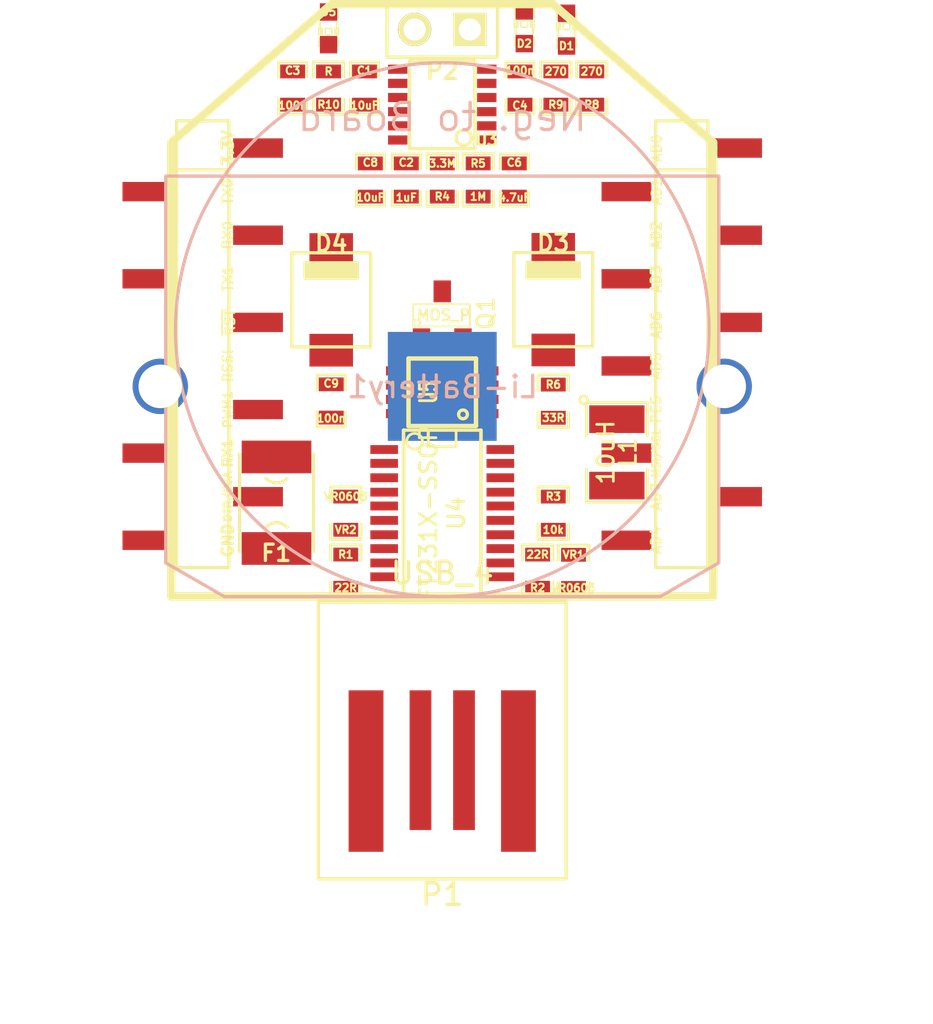
<source format=kicad_pcb>
(kicad_pcb (version 3) (host pcbnew "(2013-mar-13)-testing")

  (general
    (links 66)
    (no_connects 66)
    (area 128.19 97.890314 171.060001 145.200001)
    (thickness 1.6)
    (drawings 0)
    (tracks 0)
    (zones 0)
    (modules 35)
    (nets 56)
  )

  (page A4)
  (layers
    (15 F.Cu signal)
    (0 B.Cu signal)
    (16 B.Adhes user)
    (17 F.Adhes user)
    (18 B.Paste user)
    (19 F.Paste user)
    (20 B.SilkS user)
    (21 F.SilkS user)
    (22 B.Mask user)
    (23 F.Mask user)
    (24 Dwgs.User user)
    (25 Cmts.User user)
    (26 Eco1.User user)
    (27 Eco2.User user)
    (28 Edge.Cuts user)
  )

  (setup
    (last_trace_width 0.254)
    (trace_clearance 0.254)
    (zone_clearance 0.2032)
    (zone_45_only yes)
    (trace_min 0.254)
    (segment_width 0.2)
    (edge_width 0.1)
    (via_size 0.889)
    (via_drill 0.635)
    (via_min_size 0.889)
    (via_min_drill 0.508)
    (uvia_size 0.508)
    (uvia_drill 0.127)
    (uvias_allowed no)
    (uvia_min_size 0.508)
    (uvia_min_drill 0.127)
    (pcb_text_width 0.3)
    (pcb_text_size 1.5 1.5)
    (mod_edge_width 0.15)
    (mod_text_size 1 1)
    (mod_text_width 0.15)
    (pad_size 2 2)
    (pad_drill 2)
    (pad_to_mask_clearance 0)
    (aux_axis_origin 0 0)
    (visible_elements FFFFFB7F)
    (pcbplotparams
      (layerselection 3178497)
      (usegerberextensions true)
      (excludeedgelayer true)
      (linewidth 0.150000)
      (plotframeref false)
      (viasonmask false)
      (mode 1)
      (useauxorigin false)
      (hpglpennumber 1)
      (hpglpenspeed 20)
      (hpglpendiameter 15)
      (hpglpenoverlay 2)
      (psnegative false)
      (psa4output false)
      (plotreference true)
      (plotvalue true)
      (plotothertext true)
      (plotinvisibletext false)
      (padsonsilk false)
      (subtractmaskfromsilk false)
      (outputformat 1)
      (mirror false)
      (drillshape 1)
      (scaleselection 1)
      (outputdirectory ""))
  )

  (net 0 "")
  (net 1 BAT+)
  (net 2 GND)
  (net 3 N-000001)
  (net 4 N-0000010)
  (net 5 N-0000011)
  (net 6 N-0000012)
  (net 7 N-0000013)
  (net 8 N-0000014)
  (net 9 N-0000015)
  (net 10 N-0000017)
  (net 11 N-0000018)
  (net 12 N-0000019)
  (net 13 N-000002)
  (net 14 N-0000020)
  (net 15 N-0000021)
  (net 16 N-0000022)
  (net 17 N-0000024)
  (net 18 N-0000029)
  (net 19 N-000003)
  (net 20 N-0000030)
  (net 21 N-0000031)
  (net 22 N-0000032)
  (net 23 N-0000034)
  (net 24 N-0000035)
  (net 25 N-0000037)
  (net 26 N-0000038)
  (net 27 N-0000039)
  (net 28 N-000004)
  (net 29 N-0000040)
  (net 30 N-0000042)
  (net 31 N-0000043)
  (net 32 N-0000044)
  (net 33 N-0000045)
  (net 34 N-0000046)
  (net 35 N-0000047)
  (net 36 N-0000048)
  (net 37 N-0000049)
  (net 38 N-000005)
  (net 39 N-000006)
  (net 40 N-0000065)
  (net 41 N-0000066)
  (net 42 N-0000067)
  (net 43 N-0000068)
  (net 44 N-0000069)
  (net 45 N-000007)
  (net 46 N-0000070)
  (net 47 N-0000072)
  (net 48 N-0000073)
  (net 49 N-0000074)
  (net 50 N-0000075)
  (net 51 N-0000076)
  (net 52 N-0000077)
  (net 53 N-000009)
  (net 54 USB_VDD)
  (net 55 VCCIO)

  (net_class Default "This is the default net class."
    (clearance 0.254)
    (trace_width 0.254)
    (via_dia 0.889)
    (via_drill 0.635)
    (uvia_dia 0.508)
    (uvia_drill 0.127)
    (add_net "")
    (add_net BAT+)
    (add_net GND)
    (add_net N-000001)
    (add_net N-0000010)
    (add_net N-0000011)
    (add_net N-0000012)
    (add_net N-0000013)
    (add_net N-0000014)
    (add_net N-0000015)
    (add_net N-0000017)
    (add_net N-0000018)
    (add_net N-0000019)
    (add_net N-000002)
    (add_net N-0000020)
    (add_net N-0000021)
    (add_net N-0000022)
    (add_net N-0000024)
    (add_net N-0000029)
    (add_net N-000003)
    (add_net N-0000030)
    (add_net N-0000031)
    (add_net N-0000032)
    (add_net N-0000034)
    (add_net N-0000035)
    (add_net N-0000037)
    (add_net N-0000038)
    (add_net N-0000039)
    (add_net N-000004)
    (add_net N-0000040)
    (add_net N-0000042)
    (add_net N-0000043)
    (add_net N-0000044)
    (add_net N-0000045)
    (add_net N-0000046)
    (add_net N-0000047)
    (add_net N-0000048)
    (add_net N-0000049)
    (add_net N-000005)
    (add_net N-000006)
    (add_net N-0000065)
    (add_net N-0000066)
    (add_net N-0000067)
    (add_net N-0000068)
    (add_net N-0000069)
    (add_net N-000007)
    (add_net N-0000070)
    (add_net N-0000072)
    (add_net N-0000073)
    (add_net N-0000074)
    (add_net N-0000075)
    (add_net N-0000076)
    (add_net N-0000077)
    (add_net N-000009)
    (add_net USB_VDD)
    (add_net VCCIO)
  )

  (module SM1210 (layer F.Cu) (tedit 42806E94) (tstamp 523203A9)
    (at 156.52 118.97 270)
    (tags "CMS SM")
    (path /52312912)
    (attr smd)
    (fp_text reference L1 (at 0 -0.508 270) (layer F.SilkS)
      (effects (font (size 0.762 0.762) (thickness 0.127)))
    )
    (fp_text value 10uH (at 0 0.508 270) (layer F.SilkS)
      (effects (font (size 0.762 0.762) (thickness 0.127)))
    )
    (fp_circle (center -2.413 1.524) (end -2.286 1.397) (layer F.SilkS) (width 0.127))
    (fp_line (start -0.762 -1.397) (end -2.286 -1.397) (layer F.SilkS) (width 0.127))
    (fp_line (start -2.286 -1.397) (end -2.286 1.397) (layer F.SilkS) (width 0.127))
    (fp_line (start -2.286 1.397) (end -0.762 1.397) (layer F.SilkS) (width 0.127))
    (fp_line (start 0.762 1.397) (end 2.286 1.397) (layer F.SilkS) (width 0.127))
    (fp_line (start 2.286 1.397) (end 2.286 -1.397) (layer F.SilkS) (width 0.127))
    (fp_line (start 2.286 -1.397) (end 0.762 -1.397) (layer F.SilkS) (width 0.127))
    (pad 1 smd rect (at -1.524 0 270) (size 1.27 2.54)
      (layers F.Cu F.Paste F.Mask)
      (net 29 N-0000040)
    )
    (pad 2 smd rect (at 1.524 0 270) (size 1.27 2.54)
      (layers F.Cu F.Paste F.Mask)
      (net 26 N-0000038)
    )
    (model smd/chip_cms.wrl
      (at (xyz 0 0 0))
      (scale (xyz 0.17 0.2 0.17))
      (rotate (xyz 0 0 0))
    )
  )

  (module PIN_ARRAY_2X1 (layer F.Cu) (tedit 4565C520) (tstamp 523203B3)
    (at 148.5011 99.56 180)
    (descr "Connecteurs 2 pins")
    (tags "CONN DEV")
    (path /523120A0)
    (fp_text reference P2 (at 0 -1.905 180) (layer F.SilkS)
      (effects (font (size 0.762 0.762) (thickness 0.1524)))
    )
    (fp_text value PVCell (at 0 -1.905 180) (layer F.SilkS) hide
      (effects (font (size 0.762 0.762) (thickness 0.1524)))
    )
    (fp_line (start -2.54 1.27) (end -2.54 -1.27) (layer F.SilkS) (width 0.1524))
    (fp_line (start -2.54 -1.27) (end 2.54 -1.27) (layer F.SilkS) (width 0.1524))
    (fp_line (start 2.54 -1.27) (end 2.54 1.27) (layer F.SilkS) (width 0.1524))
    (fp_line (start 2.54 1.27) (end -2.54 1.27) (layer F.SilkS) (width 0.1524))
    (pad 1 thru_hole rect (at -1.27 0 180) (size 1.524 1.524) (drill 1.016)
      (layers *.Cu *.Mask F.SilkS)
      (net 2 GND)
    )
    (pad 2 thru_hole circle (at 1.27 0 180) (size 1.524 1.524) (drill 1.016)
      (layers *.Cu *.Mask F.SilkS)
      (net 29 N-0000040)
    )
    (model pin_array/pins_array_2x1.wrl
      (at (xyz 0 0 0))
      (scale (xyz 1 1 1))
      (rotate (xyz 0 0 0))
    )
  )

  (module SSOP20 (layer F.Cu) (tedit 48B5A104) (tstamp 5234BD99)
    (at 148.5011 121.76 270)
    (descr "SSOP 20 pins")
    (tags "CMS SSOP SMD")
    (path /522FDA2E)
    (attr smd)
    (fp_text reference U4 (at 0 -0.635 270) (layer F.SilkS)
      (effects (font (size 0.762 0.762) (thickness 0.127)))
    )
    (fp_text value FT231X-SSOP (at 0 0.635 270) (layer F.SilkS)
      (effects (font (size 0.762 0.762) (thickness 0.127)))
    )
    (fp_line (start 3.81 -1.778) (end -3.81 -1.778) (layer F.SilkS) (width 0.1651))
    (fp_line (start -3.81 1.778) (end 3.81 1.778) (layer F.SilkS) (width 0.1651))
    (fp_line (start 3.81 -1.778) (end 3.81 1.778) (layer F.SilkS) (width 0.1651))
    (fp_line (start -3.81 1.778) (end -3.81 -1.778) (layer F.SilkS) (width 0.1524))
    (fp_circle (center -3.302 1.27) (end -3.556 1.016) (layer F.SilkS) (width 0.127))
    (fp_line (start -3.81 -0.635) (end -3.048 -0.635) (layer F.SilkS) (width 0.127))
    (fp_line (start -3.048 -0.635) (end -3.048 0.635) (layer F.SilkS) (width 0.127))
    (fp_line (start -3.048 0.635) (end -3.81 0.635) (layer F.SilkS) (width 0.127))
    (pad 1 smd rect (at -2.921 2.667 270) (size 0.4064 1.27)
      (layers F.Cu F.Paste F.Mask)
      (net 13 N-000002)
    )
    (pad 2 smd rect (at -2.286 2.667 270) (size 0.4064 1.27)
      (layers F.Cu F.Paste F.Mask)
      (net 36 N-0000048)
    )
    (pad 3 smd rect (at -1.6256 2.667 270) (size 0.4064 1.27)
      (layers F.Cu F.Paste F.Mask)
      (net 55 VCCIO)
    )
    (pad 4 smd rect (at -0.9652 2.667 270) (size 0.4064 1.27)
      (layers F.Cu F.Paste F.Mask)
      (net 6 N-0000012)
    )
    (pad 5 smd rect (at -0.3302 2.667 270) (size 0.4064 1.27)
      (layers F.Cu F.Paste F.Mask)
      (net 35 N-0000047)
    )
    (pad 6 smd rect (at 0.3302 2.667 270) (size 0.4064 1.27)
      (layers F.Cu F.Paste F.Mask)
      (net 2 GND)
    )
    (pad 7 smd rect (at 0.9906 2.667 270) (size 0.4064 1.27)
      (layers F.Cu F.Paste F.Mask)
      (net 34 N-0000046)
    )
    (pad 8 smd rect (at 1.6256 2.667 270) (size 0.4064 1.27)
      (layers F.Cu F.Paste F.Mask)
      (net 33 N-0000045)
    )
    (pad 9 smd rect (at 2.286 2.667 270) (size 0.4064 1.27)
      (layers F.Cu F.Paste F.Mask)
      (net 32 N-0000044)
    )
    (pad 10 smd rect (at 2.921 2.667 270) (size 0.4064 1.27)
      (layers F.Cu F.Paste F.Mask)
      (net 19 N-000003)
    )
    (pad 11 smd rect (at 2.921 -2.667 270) (size 0.4064 1.27)
      (layers F.Cu F.Paste F.Mask)
      (net 53 N-000009)
    )
    (pad 12 smd rect (at 2.286 -2.667 270) (size 0.4064 1.27)
      (layers F.Cu F.Paste F.Mask)
      (net 4 N-0000010)
    )
    (pad 13 smd rect (at 1.6256 -2.667 270) (size 0.4064 1.27)
      (layers F.Cu F.Paste F.Mask)
      (net 55 VCCIO)
    )
    (pad 14 smd rect (at 0.9906 -2.667 270) (size 0.4064 1.27)
      (layers F.Cu F.Paste F.Mask)
      (net 45 N-000007)
    )
    (pad 15 smd rect (at 0.3302 -2.667 270) (size 0.4064 1.27)
      (layers F.Cu F.Paste F.Mask)
      (net 54 USB_VDD)
    )
    (pad 16 smd rect (at -0.3302 -2.667 270) (size 0.4064 1.27)
      (layers F.Cu F.Paste F.Mask)
      (net 2 GND)
    )
    (pad 17 smd rect (at -0.9652 -2.667 270) (size 0.4064 1.27)
      (layers F.Cu F.Paste F.Mask)
      (net 28 N-000004)
    )
    (pad 18 smd rect (at -1.6256 -2.667 270) (size 0.4064 1.27)
      (layers F.Cu F.Paste F.Mask)
      (net 31 N-0000043)
    )
    (pad 19 smd rect (at -2.286 -2.667 270) (size 0.4064 1.27)
      (layers F.Cu F.Paste F.Mask)
      (net 30 N-0000042)
    )
    (pad 20 smd rect (at -2.921 -2.667 270) (size 0.4064 1.27)
      (layers F.Cu F.Paste F.Mask)
      (net 5 N-0000011)
    )
    (model smd/cms_so20.wrl
      (at (xyz 0 0 0))
      (scale (xyz 0.255 0.33 0.3))
      (rotate (xyz 0 0 0))
    )
  )

  (module SSOP8-9 (layer F.Cu) (tedit 48070EED) (tstamp 5236B631)
    (at 148.5011 116.21 90)
    (path /52312087)
    (attr smd)
    (fp_text reference U5 (at 0 -0.635 90) (layer F.SilkS)
      (effects (font (size 0.762 0.508) (thickness 0.1524)))
    )
    (fp_text value LTC4070 (at 0 0.762 90) (layer F.SilkS) hide
      (effects (font (size 0.762 0.508) (thickness 0.1524)))
    )
    (fp_circle (center -1.016 0.9525) (end -1.0795 1.143) (layer F.SilkS) (width 0.1524))
    (fp_line (start 0 -1.5494) (end -1.5494 -1.5494) (layer F.SilkS) (width 0.2032))
    (fp_line (start -1.5494 -1.5494) (end -1.5494 1.5494) (layer F.SilkS) (width 0.2032))
    (fp_line (start -1.5494 1.5494) (end 1.5494 1.5494) (layer F.SilkS) (width 0.2032))
    (fp_line (start 1.5494 1.5494) (end 1.5494 -1.5494) (layer F.SilkS) (width 0.2032))
    (fp_line (start 1.5494 -1.5494) (end 0 -1.5494) (layer F.SilkS) (width 0.2032))
    (pad 1 smd rect (at -0.98044 1.99898 90) (size 0.4191 1.1684)
      (layers F.Cu F.Paste F.Mask)
      (net 50 N-0000075)
    )
    (pad 2 smd rect (at -0.3302 1.99898 90) (size 0.4191 1.1684)
      (layers F.Cu F.Paste F.Mask)
      (net 23 N-0000034)
    )
    (pad 3 smd rect (at 0.3302 1.99898 90) (size 0.4191 1.1684)
      (layers F.Cu F.Paste F.Mask)
      (net 11 N-0000018)
    )
    (pad 4 smd rect (at 0.98044 1.99898 90) (size 0.4191 1.1684)
      (layers F.Cu F.Paste F.Mask)
      (net 25 N-0000037)
    )
    (pad 5 smd rect (at 0.98044 -1.99898 90) (size 0.4191 1.1684)
      (layers F.Cu F.Paste F.Mask)
      (net 2 GND)
    )
    (pad 6 smd rect (at 0.3302 -1.99898 90) (size 0.4191 1.1684)
      (layers F.Cu F.Paste F.Mask)
      (net 24 N-0000035)
    )
    (pad 7 smd rect (at -0.3302 -1.99898 90) (size 0.4191 1.1684)
      (layers F.Cu F.Paste F.Mask)
      (net 10 N-0000017)
    )
    (pad 8 smd rect (at -0.98044 -1.99898 90) (size 0.4191 1.1684)
      (layers F.Cu F.Paste F.Mask)
      (net 23 N-0000034)
    )
    (pad 9 smd rect (at 0 0 90) (size 2.794 2.0828)
      (layers F.Cu F.Paste F.Mask)
      (net 2 GND)
    )
    (model smd/cms_so8.wrl
      (at (xyz 0 0 0))
      (scale (xyz 0.25 0.25 0.25))
      (rotate (xyz 0 0 0))
    )
  )

  (module _MUSB_USB-A-PCB (layer F.Cu) (tedit 52328E5E) (tstamp 523338CA)
    (at 148.5011 132.19 180)
    (path /522EB4BD)
    (fp_text reference P1 (at 0 -7.07 180) (layer F.SilkS)
      (effects (font (size 1 1) (thickness 0.15)))
    )
    (fp_text value USB_4 (at 0 7.68 180) (layer F.SilkS)
      (effects (font (size 1 1) (thickness 0.15)))
    )
    (fp_line (start -5.69 -6.35) (end -5.69 6.35) (layer F.SilkS) (width 0.15))
    (fp_line (start -5.69 6.35) (end 5.69 6.35) (layer F.SilkS) (width 0.15))
    (fp_line (start 5.69 6.35) (end 5.69 -6.35) (layer F.SilkS) (width 0.15))
    (fp_line (start 5.69 -6.35) (end -5.69 -6.35) (layer F.SilkS) (width 0.15))
    (pad 1 smd rect (at 3.5 -1.405 180) (size 1.6 7.41)
      (layers F.Cu F.Paste F.Mask)
      (net 7 N-0000013)
    )
    (pad 4 smd rect (at -3.5 -1.405 180) (size 1.6 7.41)
      (layers F.Cu F.Paste F.Mask)
      (net 2 GND)
    )
    (pad 2 smd rect (at 1 -0.905 180) (size 1 6.41)
      (layers F.Cu F.Paste F.Mask)
      (net 9 N-0000015)
    )
    (pad 3 smd rect (at -1 -0.905 180) (size 1 6.41)
      (layers F.Cu F.Paste F.Mask)
      (net 8 N-0000014)
    )
  )

  (module _MUSB_MF-MSMF050-Fuse (layer F.Cu) (tedit 52331B0D) (tstamp 5235A64C)
    (at 140.89 121.28 270)
    (path /522EBD3E)
    (fp_text reference F1 (at 2.31 0.01 360) (layer F.SilkS)
      (effects (font (size 0.75 0.75) (thickness 0.15)))
    )
    (fp_text value FUSE (at 0 -2.54 270) (layer F.SilkS) hide
      (effects (font (size 1 1) (thickness 0.15)))
    )
    (fp_arc (start -1.6 0) (end -1.11 -0.48) (angle 90) (layer F.SilkS) (width 0.15))
    (fp_arc (start 1.6 0) (end 1.11 0.48) (angle 90) (layer F.SilkS) (width 0.15))
    (fp_line (start -2.25 1.7) (end 2.25 1.7) (layer F.SilkS) (width 0.15))
    (fp_line (start -2.25 -1.7) (end 2.25 -1.7) (layer F.SilkS) (width 0.15))
    (pad 1 smd rect (at 2.1 0 270) (size 1.5 3.2)
      (layers F.Cu F.Paste F.Mask)
      (net 7 N-0000013)
    )
    (pad 2 smd rect (at -2.1 0 270) (size 1.5 3.2)
      (layers F.Cu F.Paste F.Mask)
      (net 54 USB_VDD)
    )
  )

  (module _MUSB-FEMALE-HEADER-NPPN101BFLC-RC (layer F.Cu) (tedit 523596C0) (tstamp 5235A65F)
    (at 137.50036 114.0036 180)
    (path /5232A47B)
    (fp_text reference H1 (at 0 -11.47 180) (layer F.SilkS) hide
      (effects (font (size 1 1) (thickness 0.15)))
    )
    (fp_text value XBeeLeftPins (at 0 11.57 180) (layer F.SilkS) hide
      (effects (font (size 1 1) (thickness 0.15)))
    )
    (fp_line (start -1.2 8) (end 1.2 8) (layer F.SilkS) (width 0.15))
    (fp_line (start 1.2 -10.25) (end 1.2 10.25) (layer F.SilkS) (width 0.15))
    (fp_line (start 1.2 10.25) (end -1.2 10.25) (layer F.SilkS) (width 0.15))
    (fp_line (start -1.2 10.25) (end -1.2 -10.25) (layer F.SilkS) (width 0.15))
    (fp_line (start -1.2 -10.25) (end 1.2 -10.25) (layer F.SilkS) (width 0.15))
    (pad 1 smd rect (at -2.54 9 180) (size 2.29 0.89)
      (layers F.Cu F.Paste F.Mask)
      (net 1 BAT+)
    )
    (pad 2 smd rect (at 2.54 7 180) (size 2.29 0.89)
      (layers F.Cu F.Paste F.Mask)
      (net 6 N-0000012)
    )
    (pad 3 smd rect (at -2.54 5 180) (size 2.29 0.89)
      (layers F.Cu F.Paste F.Mask)
      (net 5 N-0000011)
    )
    (pad 4 smd rect (at 2.54 3 180) (size 2.29 0.89)
      (layers F.Cu F.Paste F.Mask)
      (net 17 N-0000024)
    )
    (pad 5 smd rect (at -2.54 1 180) (size 2.29 0.89)
      (layers F.Cu F.Paste F.Mask)
      (net 3 N-000001)
    )
    (pad 7 smd rect (at -2.54 -3 180) (size 2.29 0.89)
      (layers F.Cu F.Paste F.Mask)
      (net 16 N-0000022)
    )
    (pad 8 smd rect (at 2.54 -5 180) (size 2.29 0.89)
      (layers F.Cu F.Paste F.Mask)
      (net 15 N-0000021)
    )
    (pad 9 smd rect (at -2.54 -7 180) (size 2.29 0.89)
      (layers F.Cu F.Paste F.Mask)
      (net 14 N-0000020)
    )
    (pad 10 smd rect (at 2.54 -9 180) (size 2.29 0.89)
      (layers F.Cu F.Paste F.Mask)
      (net 12 N-0000019)
    )
  )

  (module _MUSB-FEMALE-HEADER-NPPN101BFLC-RC (layer F.Cu) (tedit 523596CD) (tstamp 5235A672)
    (at 159.50184 114.0036 180)
    (path /5232A4B3)
    (fp_text reference H2 (at 0 -11.47 180) (layer F.SilkS) hide
      (effects (font (size 1 1) (thickness 0.15)))
    )
    (fp_text value XBeeRightPins (at 0 11.57 180) (layer F.SilkS) hide
      (effects (font (size 1 1) (thickness 0.15)))
    )
    (fp_line (start -1.2 8) (end 1.2 8) (layer F.SilkS) (width 0.15))
    (fp_line (start 1.2 -10.25) (end 1.2 10.25) (layer F.SilkS) (width 0.15))
    (fp_line (start 1.2 10.25) (end -1.2 10.25) (layer F.SilkS) (width 0.15))
    (fp_line (start -1.2 10.25) (end -1.2 -10.25) (layer F.SilkS) (width 0.15))
    (fp_line (start -1.2 -10.25) (end 1.2 -10.25) (layer F.SilkS) (width 0.15))
    (pad 1 smd rect (at -2.54 9 180) (size 2.29 0.89)
      (layers F.Cu F.Paste F.Mask)
      (net 42 N-0000067)
    )
    (pad 2 smd rect (at 2.54 7 180) (size 2.29 0.89)
      (layers F.Cu F.Paste F.Mask)
      (net 40 N-0000065)
    )
    (pad 3 smd rect (at -2.54 5 180) (size 2.29 0.89)
      (layers F.Cu F.Paste F.Mask)
      (net 41 N-0000066)
    )
    (pad 4 smd rect (at 2.54 3 180) (size 2.29 0.89)
      (layers F.Cu F.Paste F.Mask)
      (net 49 N-0000074)
    )
    (pad 5 smd rect (at -2.54 1 180) (size 2.29 0.89)
      (layers F.Cu F.Paste F.Mask)
      (net 48 N-0000073)
    )
    (pad 6 smd rect (at 2.54 -1 180) (size 2.29 0.89)
      (layers F.Cu F.Paste F.Mask)
      (net 47 N-0000072)
    )
    (pad 8 smd rect (at 2.54 -5 180) (size 2.29 0.89)
      (layers F.Cu F.Paste F.Mask)
      (net 46 N-0000070)
    )
    (pad 9 smd rect (at -2.54 -7 180) (size 2.29 0.89)
      (layers F.Cu F.Paste F.Mask)
      (net 44 N-0000069)
    )
    (pad 10 smd rect (at 2.54 -9 180) (size 2.29 0.89)
      (layers F.Cu F.Paste F.Mask)
      (net 43 N-0000068)
    )
  )

  (module _MUSB_DO-214BA-Schottky (layer F.Cu) (tedit 52332005) (tstamp 5235A8C9)
    (at 153.6 111.96 90)
    (path /52355820)
    (fp_text reference D3 (at 2.6 0 180) (layer F.SilkS)
      (effects (font (size 0.75 0.75) (thickness 0.15)))
    )
    (fp_text value DIODESCH (at 0 -1.85 90) (layer F.SilkS) hide
      (effects (font (size 1 1) (thickness 0.15)))
    )
    (fp_line (start 1.6 1.2) (end 1.6 -1.18) (layer F.SilkS) (width 0.15))
    (fp_line (start 1.48 -1.19) (end 1.48 1.2) (layer F.SilkS) (width 0.15))
    (fp_line (start 1.23 1.17) (end 1.23 -1.19) (layer F.SilkS) (width 0.15))
    (fp_line (start 1.11 -1.2) (end 1.11 1.19) (layer F.SilkS) (width 0.15))
    (fp_line (start 1.35 -1.2) (end 1.35 1.2) (layer F.SilkS) (width 0.15))
    (fp_line (start 1 -1.2) (end 1.7 -1.2) (layer F.SilkS) (width 0.15))
    (fp_line (start 1.7 -1.2) (end 1.7 1.2) (layer F.SilkS) (width 0.15))
    (fp_line (start 1.7 1.2) (end 1 1.2) (layer F.SilkS) (width 0.15))
    (fp_line (start 1 1.2) (end 1 -1.2) (layer F.SilkS) (width 0.15))
    (fp_line (start 2.16 -1.81) (end 2.16 1.81) (layer F.SilkS) (width 0.15))
    (fp_line (start 2.16 1.81) (end -2.16 1.81) (layer F.SilkS) (width 0.15))
    (fp_line (start -2.16 1.81) (end -2.16 -1.81) (layer F.SilkS) (width 0.15))
    (fp_line (start -2.16 -1.81) (end 2.16 -1.81) (layer F.SilkS) (width 0.15))
    (pad 1 smd rect (at 2.31 0 90) (size 1.5 2)
      (layers F.Cu F.Paste F.Mask)
      (net 54 USB_VDD)
    )
    (pad 2 smd rect (at -2.31 0 90) (size 1.5 2)
      (layers F.Cu F.Paste F.Mask)
      (net 20 N-0000030)
    )
  )

  (module _MUSB_DO-214BA-Schottky (layer F.Cu) (tedit 52332005) (tstamp 5236B863)
    (at 143.4022 111.97 90)
    (path /52353052)
    (fp_text reference D4 (at 2.6 0 180) (layer F.SilkS)
      (effects (font (size 0.75 0.75) (thickness 0.15)))
    )
    (fp_text value DIODESCH (at 0 -1.85 90) (layer F.SilkS) hide
      (effects (font (size 1 1) (thickness 0.15)))
    )
    (fp_line (start 1.6 1.2) (end 1.6 -1.18) (layer F.SilkS) (width 0.15))
    (fp_line (start 1.48 -1.19) (end 1.48 1.2) (layer F.SilkS) (width 0.15))
    (fp_line (start 1.23 1.17) (end 1.23 -1.19) (layer F.SilkS) (width 0.15))
    (fp_line (start 1.11 -1.2) (end 1.11 1.19) (layer F.SilkS) (width 0.15))
    (fp_line (start 1.35 -1.2) (end 1.35 1.2) (layer F.SilkS) (width 0.15))
    (fp_line (start 1 -1.2) (end 1.7 -1.2) (layer F.SilkS) (width 0.15))
    (fp_line (start 1.7 -1.2) (end 1.7 1.2) (layer F.SilkS) (width 0.15))
    (fp_line (start 1.7 1.2) (end 1 1.2) (layer F.SilkS) (width 0.15))
    (fp_line (start 1 1.2) (end 1 -1.2) (layer F.SilkS) (width 0.15))
    (fp_line (start 2.16 -1.81) (end 2.16 1.81) (layer F.SilkS) (width 0.15))
    (fp_line (start 2.16 1.81) (end -2.16 1.81) (layer F.SilkS) (width 0.15))
    (fp_line (start -2.16 1.81) (end -2.16 -1.81) (layer F.SilkS) (width 0.15))
    (fp_line (start -2.16 -1.81) (end 2.16 -1.81) (layer F.SilkS) (width 0.15))
    (pad 1 smd rect (at 2.31 0 90) (size 1.5 2)
      (layers F.Cu F.Paste F.Mask)
      (net 21 N-0000031)
    )
    (pad 2 smd rect (at -2.31 0 90) (size 1.5 2)
      (layers F.Cu F.Paste F.Mask)
      (net 23 N-0000034)
    )
  )

  (module _MUSB_MSOP12 (layer F.Cu) (tedit 5232D039) (tstamp 523512A3)
    (at 148.5011 103.01 180)
    (path /52312078)
    (fp_text reference U3 (at -2.04 -1.63 180) (layer F.SilkS)
      (effects (font (size 0.5 0.5) (thickness 0.125)))
    )
    (fp_text value LTC3105-MSOP12 (at 1.39 -2.43 180) (layer F.SilkS) hide
      (effects (font (size 0.5 0.5) (thickness 0.125)))
    )
    (fp_circle (center -0.99 -1.52) (end -1.25 -1.76) (layer F.SilkS) (width 0.15))
    (fp_line (start 1.5 -2.02) (end 1.5 2.02) (layer F.SilkS) (width 0.15))
    (fp_line (start 1.5 2.02) (end -1.5 2.02) (layer F.SilkS) (width 0.15))
    (fp_line (start -1.5 2.02) (end -1.5 -2.02) (layer F.SilkS) (width 0.15))
    (fp_line (start -1.5 -2.02) (end 1.5 -2.02) (layer F.SilkS) (width 0.15))
    (pad 1 smd rect (at -2.0445 -1.625 180) (size 0.889 0.42)
      (layers F.Cu F.Paste F.Mask)
      (net 52 N-0000077)
    )
    (pad 2 smd rect (at -2.0445 -0.975 180) (size 0.889 0.42)
      (layers F.Cu F.Paste F.Mask)
      (net 22 N-0000032)
    )
    (pad 3 smd rect (at -2.0445 -0.325 180) (size 0.889 0.42)
      (layers F.Cu F.Paste F.Mask)
      (net 2 GND)
    )
    (pad 4 smd rect (at -2.0445 0.325 180) (size 0.889 0.42)
      (layers F.Cu F.Paste F.Mask)
      (net 37 N-0000049)
    )
    (pad 5 smd rect (at -2.0445 0.975 180) (size 0.889 0.42)
      (layers F.Cu F.Paste F.Mask)
      (net 2 GND)
    )
    (pad 6 smd rect (at -2.0445 1.625 180) (size 0.889 0.42)
      (layers F.Cu F.Paste F.Mask)
      (net 2 GND)
    )
    (pad 7 smd rect (at 2.0445 1.625 180) (size 0.889 0.42)
      (layers F.Cu F.Paste F.Mask)
      (net 2 GND)
    )
    (pad 8 smd rect (at 2.0445 0.975 180) (size 0.889 0.42)
      (layers F.Cu F.Paste F.Mask)
      (net 29 N-0000040)
    )
    (pad 9 smd rect (at 2.0445 0.325 180) (size 0.889 0.42)
      (layers F.Cu F.Paste F.Mask)
      (net 26 N-0000038)
    )
    (pad 10 smd rect (at 2.0445 -0.325 180) (size 0.889 0.42)
      (layers F.Cu F.Paste F.Mask)
      (net 51 N-0000076)
    )
    (pad 11 smd rect (at 2.0445 -0.975 180) (size 0.889 0.42)
      (layers F.Cu F.Paste F.Mask)
      (net 21 N-0000031)
    )
    (pad 12 smd rect (at 2.0445 -1.625 180) (size 0.889 0.42)
      (layers F.Cu F.Paste F.Mask)
      (net 27 N-0000039)
    )
  )

  (module _MUSB_SM0603_Capa (layer F.Cu) (tedit 51CB9B1F) (tstamp 5237249D)
    (at 144.93 102.25 270)
    (path /52312498)
    (attr smd)
    (fp_text reference C1 (at -0.8 0 360) (layer F.SilkS)
      (effects (font (size 0.35 0.35) (thickness 0.0875)))
    )
    (fp_text value 10uF (at 0.8 0 360) (layer F.SilkS)
      (effects (font (size 0.35 0.35) (thickness 0.0875)))
    )
    (fp_text user "" (at -0.8 0 360) (layer F.SilkS)
      (effects (font (size 0.35 0.35) (thickness 0.0875)))
    )
    (fp_line (start 0.50038 0.65024) (end 1.19888 0.65024) (layer F.SilkS) (width 0.11938))
    (fp_line (start -0.50038 0.65024) (end -1.19888 0.65024) (layer F.SilkS) (width 0.11938))
    (fp_line (start 0.50038 -0.65024) (end 1.19888 -0.65024) (layer F.SilkS) (width 0.11938))
    (fp_line (start -1.19888 -0.65024) (end -0.50038 -0.65024) (layer F.SilkS) (width 0.11938))
    (fp_line (start 1.19888 -0.635) (end 1.19888 0.635) (layer F.SilkS) (width 0.11938))
    (fp_line (start -1.19888 0.635) (end -1.19888 -0.635) (layer F.SilkS) (width 0.11938))
    (pad 1 smd rect (at -0.762 0 270) (size 0.635 1.143)
      (layers F.Cu F.Paste F.Mask)
      (net 29 N-0000040)
    )
    (pad 2 smd rect (at 0.762 0 270) (size 0.635 1.143)
      (layers F.Cu F.Paste F.Mask)
      (net 2 GND)
    )
    (model smd\capacitors\C0603.wrl
      (at (xyz 0 0 0.001))
      (scale (xyz 0.5 0.5 0.5))
      (rotate (xyz 0 0 0))
    )
  )

  (module _MUSB_SM0603_Capa (layer F.Cu) (tedit 51CB9B1F) (tstamp 523724AA)
    (at 146.85 106.47 270)
    (path /523127FB)
    (attr smd)
    (fp_text reference C2 (at -0.8 0 360) (layer F.SilkS)
      (effects (font (size 0.35 0.35) (thickness 0.0875)))
    )
    (fp_text value 1uF (at 0.8 0 360) (layer F.SilkS)
      (effects (font (size 0.35 0.35) (thickness 0.0875)))
    )
    (fp_text user "" (at -0.8 0 360) (layer F.SilkS)
      (effects (font (size 0.35 0.35) (thickness 0.0875)))
    )
    (fp_line (start 0.50038 0.65024) (end 1.19888 0.65024) (layer F.SilkS) (width 0.11938))
    (fp_line (start -0.50038 0.65024) (end -1.19888 0.65024) (layer F.SilkS) (width 0.11938))
    (fp_line (start 0.50038 -0.65024) (end 1.19888 -0.65024) (layer F.SilkS) (width 0.11938))
    (fp_line (start -1.19888 -0.65024) (end -0.50038 -0.65024) (layer F.SilkS) (width 0.11938))
    (fp_line (start 1.19888 -0.635) (end 1.19888 0.635) (layer F.SilkS) (width 0.11938))
    (fp_line (start -1.19888 0.635) (end -1.19888 -0.635) (layer F.SilkS) (width 0.11938))
    (pad 1 smd rect (at -0.762 0 270) (size 0.635 1.143)
      (layers F.Cu F.Paste F.Mask)
      (net 27 N-0000039)
    )
    (pad 2 smd rect (at 0.762 0 270) (size 0.635 1.143)
      (layers F.Cu F.Paste F.Mask)
      (net 2 GND)
    )
    (model smd\capacitors\C0603.wrl
      (at (xyz 0 0 0.001))
      (scale (xyz 0.5 0.5 0.5))
      (rotate (xyz 0 0 0))
    )
  )

  (module _MUSB_SM0603_Capa (layer F.Cu) (tedit 51CB9B1F) (tstamp 523724B7)
    (at 141.63 102.25 270)
    (path /522EE470)
    (attr smd)
    (fp_text reference C3 (at -0.8 0 360) (layer F.SilkS)
      (effects (font (size 0.35 0.35) (thickness 0.0875)))
    )
    (fp_text value 100n (at 0.8 0 360) (layer F.SilkS)
      (effects (font (size 0.35 0.35) (thickness 0.0875)))
    )
    (fp_text user "" (at -0.8 0 360) (layer F.SilkS)
      (effects (font (size 0.35 0.35) (thickness 0.0875)))
    )
    (fp_line (start 0.50038 0.65024) (end 1.19888 0.65024) (layer F.SilkS) (width 0.11938))
    (fp_line (start -0.50038 0.65024) (end -1.19888 0.65024) (layer F.SilkS) (width 0.11938))
    (fp_line (start 0.50038 -0.65024) (end 1.19888 -0.65024) (layer F.SilkS) (width 0.11938))
    (fp_line (start -1.19888 -0.65024) (end -0.50038 -0.65024) (layer F.SilkS) (width 0.11938))
    (fp_line (start 1.19888 -0.635) (end 1.19888 0.635) (layer F.SilkS) (width 0.11938))
    (fp_line (start -1.19888 0.635) (end -1.19888 -0.635) (layer F.SilkS) (width 0.11938))
    (pad 1 smd rect (at -0.762 0 270) (size 0.635 1.143)
      (layers F.Cu F.Paste F.Mask)
      (net 54 USB_VDD)
    )
    (pad 2 smd rect (at 0.762 0 270) (size 0.635 1.143)
      (layers F.Cu F.Paste F.Mask)
      (net 2 GND)
    )
    (model smd\capacitors\C0603.wrl
      (at (xyz 0 0 0.001))
      (scale (xyz 0.5 0.5 0.5))
      (rotate (xyz 0 0 0))
    )
  )

  (module _MUSB_SM0603_Capa (layer F.Cu) (tedit 51CB9B1F) (tstamp 523724C4)
    (at 152.07 102.25 90)
    (path /522FDDF5)
    (attr smd)
    (fp_text reference C4 (at -0.8 0 180) (layer F.SilkS)
      (effects (font (size 0.35 0.35) (thickness 0.0875)))
    )
    (fp_text value 100n (at 0.8 0 180) (layer F.SilkS)
      (effects (font (size 0.35 0.35) (thickness 0.0875)))
    )
    (fp_text user "" (at -0.8 0 180) (layer F.SilkS)
      (effects (font (size 0.35 0.35) (thickness 0.0875)))
    )
    (fp_line (start 0.50038 0.65024) (end 1.19888 0.65024) (layer F.SilkS) (width 0.11938))
    (fp_line (start -0.50038 0.65024) (end -1.19888 0.65024) (layer F.SilkS) (width 0.11938))
    (fp_line (start 0.50038 -0.65024) (end 1.19888 -0.65024) (layer F.SilkS) (width 0.11938))
    (fp_line (start -1.19888 -0.65024) (end -0.50038 -0.65024) (layer F.SilkS) (width 0.11938))
    (fp_line (start 1.19888 -0.635) (end 1.19888 0.635) (layer F.SilkS) (width 0.11938))
    (fp_line (start -1.19888 0.635) (end -1.19888 -0.635) (layer F.SilkS) (width 0.11938))
    (pad 1 smd rect (at -0.762 0 90) (size 0.635 1.143)
      (layers F.Cu F.Paste F.Mask)
      (net 55 VCCIO)
    )
    (pad 2 smd rect (at 0.762 0 90) (size 0.635 1.143)
      (layers F.Cu F.Paste F.Mask)
      (net 2 GND)
    )
    (model smd\capacitors\C0603.wrl
      (at (xyz 0 0 0.001))
      (scale (xyz 0.5 0.5 0.5))
      (rotate (xyz 0 0 0))
    )
  )

  (module _MUSB_SM0603_Capa (layer F.Cu) (tedit 51CB9B1F) (tstamp 523724D1)
    (at 151.81 106.47 270)
    (path /523138F1)
    (attr smd)
    (fp_text reference C6 (at -0.8 0 360) (layer F.SilkS)
      (effects (font (size 0.35 0.35) (thickness 0.0875)))
    )
    (fp_text value 4.7uF (at 0.8 0 360) (layer F.SilkS)
      (effects (font (size 0.35 0.35) (thickness 0.0875)))
    )
    (fp_text user "" (at -0.8 0 360) (layer F.SilkS)
      (effects (font (size 0.35 0.35) (thickness 0.0875)))
    )
    (fp_line (start 0.50038 0.65024) (end 1.19888 0.65024) (layer F.SilkS) (width 0.11938))
    (fp_line (start -0.50038 0.65024) (end -1.19888 0.65024) (layer F.SilkS) (width 0.11938))
    (fp_line (start 0.50038 -0.65024) (end 1.19888 -0.65024) (layer F.SilkS) (width 0.11938))
    (fp_line (start -1.19888 -0.65024) (end -0.50038 -0.65024) (layer F.SilkS) (width 0.11938))
    (fp_line (start 1.19888 -0.635) (end 1.19888 0.635) (layer F.SilkS) (width 0.11938))
    (fp_line (start -1.19888 0.635) (end -1.19888 -0.635) (layer F.SilkS) (width 0.11938))
    (pad 1 smd rect (at -0.762 0 270) (size 0.635 1.143)
      (layers F.Cu F.Paste F.Mask)
      (net 22 N-0000032)
    )
    (pad 2 smd rect (at 0.762 0 270) (size 0.635 1.143)
      (layers F.Cu F.Paste F.Mask)
      (net 2 GND)
    )
    (model smd\capacitors\C0603.wrl
      (at (xyz 0 0 0.001))
      (scale (xyz 0.5 0.5 0.5))
      (rotate (xyz 0 0 0))
    )
  )

  (module _MUSB_SM0603_Capa (layer F.Cu) (tedit 51CB9B1F) (tstamp 523724DE)
    (at 145.2 106.47 270)
    (path /5231354E)
    (attr smd)
    (fp_text reference C8 (at -0.8 0 360) (layer F.SilkS)
      (effects (font (size 0.35 0.35) (thickness 0.0875)))
    )
    (fp_text value 10uF (at 0.8 0 360) (layer F.SilkS)
      (effects (font (size 0.35 0.35) (thickness 0.0875)))
    )
    (fp_text user "" (at -0.8 0 360) (layer F.SilkS)
      (effects (font (size 0.35 0.35) (thickness 0.0875)))
    )
    (fp_line (start 0.50038 0.65024) (end 1.19888 0.65024) (layer F.SilkS) (width 0.11938))
    (fp_line (start -0.50038 0.65024) (end -1.19888 0.65024) (layer F.SilkS) (width 0.11938))
    (fp_line (start 0.50038 -0.65024) (end 1.19888 -0.65024) (layer F.SilkS) (width 0.11938))
    (fp_line (start -1.19888 -0.65024) (end -0.50038 -0.65024) (layer F.SilkS) (width 0.11938))
    (fp_line (start 1.19888 -0.635) (end 1.19888 0.635) (layer F.SilkS) (width 0.11938))
    (fp_line (start -1.19888 0.635) (end -1.19888 -0.635) (layer F.SilkS) (width 0.11938))
    (pad 1 smd rect (at -0.762 0 270) (size 0.635 1.143)
      (layers F.Cu F.Paste F.Mask)
      (net 21 N-0000031)
    )
    (pad 2 smd rect (at 0.762 0 270) (size 0.635 1.143)
      (layers F.Cu F.Paste F.Mask)
      (net 2 GND)
    )
    (model smd\capacitors\C0603.wrl
      (at (xyz 0 0 0.001))
      (scale (xyz 0.5 0.5 0.5))
      (rotate (xyz 0 0 0))
    )
  )

  (module _MUSB_SM0603_Capa (layer F.Cu) (tedit 51CB9B1F) (tstamp 523724EB)
    (at 143.4022 116.61 270)
    (path /522FE8A3)
    (attr smd)
    (fp_text reference C9 (at -0.8 0 360) (layer F.SilkS)
      (effects (font (size 0.35 0.35) (thickness 0.0875)))
    )
    (fp_text value 100n (at 0.8 0 360) (layer F.SilkS)
      (effects (font (size 0.35 0.35) (thickness 0.0875)))
    )
    (fp_text user "" (at -0.8 0 360) (layer F.SilkS)
      (effects (font (size 0.35 0.35) (thickness 0.0875)))
    )
    (fp_line (start 0.50038 0.65024) (end 1.19888 0.65024) (layer F.SilkS) (width 0.11938))
    (fp_line (start -0.50038 0.65024) (end -1.19888 0.65024) (layer F.SilkS) (width 0.11938))
    (fp_line (start 0.50038 -0.65024) (end 1.19888 -0.65024) (layer F.SilkS) (width 0.11938))
    (fp_line (start -1.19888 -0.65024) (end -0.50038 -0.65024) (layer F.SilkS) (width 0.11938))
    (fp_line (start 1.19888 -0.635) (end 1.19888 0.635) (layer F.SilkS) (width 0.11938))
    (fp_line (start -1.19888 0.635) (end -1.19888 -0.635) (layer F.SilkS) (width 0.11938))
    (pad 1 smd rect (at -0.762 0 270) (size 0.635 1.143)
      (layers F.Cu F.Paste F.Mask)
      (net 3 N-000001)
    )
    (pad 2 smd rect (at 0.762 0 270) (size 0.635 1.143)
      (layers F.Cu F.Paste F.Mask)
      (net 13 N-000002)
    )
    (model smd\capacitors\C0603.wrl
      (at (xyz 0 0 0.001))
      (scale (xyz 0.5 0.5 0.5))
      (rotate (xyz 0 0 0))
    )
  )

  (module _MUSB_LED-0603 (layer F.Cu) (tedit 51D15FAA) (tstamp 52372503)
    (at 154.21 99.57 90)
    (descr "LED 0603 smd package")
    (tags "LED led 0603 SMD smd SMT smt smdled SMDLED smtled SMTLED")
    (path /522EDA93)
    (attr smd)
    (fp_text reference D1 (at -0.75 0 180) (layer F.SilkS)
      (effects (font (size 0.35 0.35) (thickness 0.0875)))
    )
    (fp_text value RX_LED (at 0.75 0 180) (layer F.SilkS) hide
      (effects (font (size 0.35 0.35) (thickness 0.0875)))
    )
    (fp_line (start -0.29 -0.4) (end 0.28 -0.4) (layer F.SilkS) (width 0.1016))
    (fp_line (start -0.28 0.4) (end 0.27 0.4) (layer F.SilkS) (width 0.1016))
    (fp_line (start 0.44958 0.44958) (end 0.84836 0.44958) (layer F.SilkS) (width 0.06604))
    (fp_line (start 0.44958 -0.44958) (end 0.84836 -0.44958) (layer F.SilkS) (width 0.06604))
    (fp_line (start -0.84836 0.44958) (end -0.44958 0.44958) (layer F.SilkS) (width 0.06604))
    (fp_line (start -0.84836 -0.44958) (end -0.44958 -0.44958) (layer F.SilkS) (width 0.06604))
    (fp_line (start 0 -0.44958) (end 0 -0.29972) (layer F.SilkS) (width 0.06604))
    (fp_line (start 0 -0.29972) (end 0.29972 -0.29972) (layer F.SilkS) (width 0.06604))
    (fp_line (start 0.29972 -0.44958) (end 0.29972 -0.29972) (layer F.SilkS) (width 0.06604))
    (fp_line (start 0 -0.44958) (end 0.29972 -0.44958) (layer F.SilkS) (width 0.06604))
    (fp_line (start 0 0.29972) (end 0 0.44958) (layer F.SilkS) (width 0.06604))
    (fp_line (start 0 0.44958) (end 0.29972 0.44958) (layer F.SilkS) (width 0.06604))
    (fp_line (start 0.29972 0.29972) (end 0.29972 0.44958) (layer F.SilkS) (width 0.06604))
    (fp_line (start 0 0.29972) (end 0.29972 0.29972) (layer F.SilkS) (width 0.06604))
    (fp_line (start 0 -0.14986) (end 0 0.14986) (layer F.SilkS) (width 0.06604))
    (fp_line (start 0 0.14986) (end 0.29972 0.14986) (layer F.SilkS) (width 0.06604))
    (fp_line (start 0.29972 -0.14986) (end 0.29972 0.14986) (layer F.SilkS) (width 0.06604))
    (fp_line (start 0 -0.14986) (end 0.29972 -0.14986) (layer F.SilkS) (width 0.06604))
    (pad 1 smd rect (at -0.75 0 90) (size 0.8 0.8)
      (layers F.Cu F.Paste F.Mask)
      (net 39 N-000006)
    )
    (pad 2 smd rect (at 0.75 0 90) (size 0.8 0.8)
      (layers F.Cu F.Paste F.Mask)
      (net 28 N-000004)
    )
  )

  (module _MUSB_LED-0603 (layer F.Cu) (tedit 51D15FAA) (tstamp 5237251B)
    (at 152.27 99.46 90)
    (descr "LED 0603 smd package")
    (tags "LED led 0603 SMD smd SMT smt smdled SMDLED smtled SMTLED")
    (path /522EDA86)
    (attr smd)
    (fp_text reference D2 (at -0.75 0 180) (layer F.SilkS)
      (effects (font (size 0.35 0.35) (thickness 0.0875)))
    )
    (fp_text value TX_LED (at 0.75 0 180) (layer F.SilkS) hide
      (effects (font (size 0.35 0.35) (thickness 0.0875)))
    )
    (fp_line (start -0.29 -0.4) (end 0.28 -0.4) (layer F.SilkS) (width 0.1016))
    (fp_line (start -0.28 0.4) (end 0.27 0.4) (layer F.SilkS) (width 0.1016))
    (fp_line (start 0.44958 0.44958) (end 0.84836 0.44958) (layer F.SilkS) (width 0.06604))
    (fp_line (start 0.44958 -0.44958) (end 0.84836 -0.44958) (layer F.SilkS) (width 0.06604))
    (fp_line (start -0.84836 0.44958) (end -0.44958 0.44958) (layer F.SilkS) (width 0.06604))
    (fp_line (start -0.84836 -0.44958) (end -0.44958 -0.44958) (layer F.SilkS) (width 0.06604))
    (fp_line (start 0 -0.44958) (end 0 -0.29972) (layer F.SilkS) (width 0.06604))
    (fp_line (start 0 -0.29972) (end 0.29972 -0.29972) (layer F.SilkS) (width 0.06604))
    (fp_line (start 0.29972 -0.44958) (end 0.29972 -0.29972) (layer F.SilkS) (width 0.06604))
    (fp_line (start 0 -0.44958) (end 0.29972 -0.44958) (layer F.SilkS) (width 0.06604))
    (fp_line (start 0 0.29972) (end 0 0.44958) (layer F.SilkS) (width 0.06604))
    (fp_line (start 0 0.44958) (end 0.29972 0.44958) (layer F.SilkS) (width 0.06604))
    (fp_line (start 0.29972 0.29972) (end 0.29972 0.44958) (layer F.SilkS) (width 0.06604))
    (fp_line (start 0 0.29972) (end 0.29972 0.29972) (layer F.SilkS) (width 0.06604))
    (fp_line (start 0 -0.14986) (end 0 0.14986) (layer F.SilkS) (width 0.06604))
    (fp_line (start 0 0.14986) (end 0.29972 0.14986) (layer F.SilkS) (width 0.06604))
    (fp_line (start 0.29972 -0.14986) (end 0.29972 0.14986) (layer F.SilkS) (width 0.06604))
    (fp_line (start 0 -0.14986) (end 0.29972 -0.14986) (layer F.SilkS) (width 0.06604))
    (pad 1 smd rect (at -0.75 0 90) (size 0.8 0.8)
      (layers F.Cu F.Paste F.Mask)
      (net 38 N-000005)
    )
    (pad 2 smd rect (at 0.75 0 90) (size 0.8 0.8)
      (layers F.Cu F.Paste F.Mask)
      (net 19 N-000003)
    )
  )

  (module _MUSB_LED-0603 (layer F.Cu) (tedit 51D15FAA) (tstamp 52372533)
    (at 143.28 99.51 270)
    (descr "LED 0603 smd package")
    (tags "LED led 0603 SMD smd SMT smt smdled SMDLED smtled SMTLED")
    (path /52316257)
    (attr smd)
    (fp_text reference D5 (at -0.75 0 360) (layer F.SilkS)
      (effects (font (size 0.35 0.35) (thickness 0.0875)))
    )
    (fp_text value LED (at 0.75 0 360) (layer F.SilkS) hide
      (effects (font (size 0.35 0.35) (thickness 0.0875)))
    )
    (fp_line (start -0.29 -0.4) (end 0.28 -0.4) (layer F.SilkS) (width 0.1016))
    (fp_line (start -0.28 0.4) (end 0.27 0.4) (layer F.SilkS) (width 0.1016))
    (fp_line (start 0.44958 0.44958) (end 0.84836 0.44958) (layer F.SilkS) (width 0.06604))
    (fp_line (start 0.44958 -0.44958) (end 0.84836 -0.44958) (layer F.SilkS) (width 0.06604))
    (fp_line (start -0.84836 0.44958) (end -0.44958 0.44958) (layer F.SilkS) (width 0.06604))
    (fp_line (start -0.84836 -0.44958) (end -0.44958 -0.44958) (layer F.SilkS) (width 0.06604))
    (fp_line (start 0 -0.44958) (end 0 -0.29972) (layer F.SilkS) (width 0.06604))
    (fp_line (start 0 -0.29972) (end 0.29972 -0.29972) (layer F.SilkS) (width 0.06604))
    (fp_line (start 0.29972 -0.44958) (end 0.29972 -0.29972) (layer F.SilkS) (width 0.06604))
    (fp_line (start 0 -0.44958) (end 0.29972 -0.44958) (layer F.SilkS) (width 0.06604))
    (fp_line (start 0 0.29972) (end 0 0.44958) (layer F.SilkS) (width 0.06604))
    (fp_line (start 0 0.44958) (end 0.29972 0.44958) (layer F.SilkS) (width 0.06604))
    (fp_line (start 0.29972 0.29972) (end 0.29972 0.44958) (layer F.SilkS) (width 0.06604))
    (fp_line (start 0 0.29972) (end 0.29972 0.29972) (layer F.SilkS) (width 0.06604))
    (fp_line (start 0 -0.14986) (end 0 0.14986) (layer F.SilkS) (width 0.06604))
    (fp_line (start 0 0.14986) (end 0.29972 0.14986) (layer F.SilkS) (width 0.06604))
    (fp_line (start 0.29972 -0.14986) (end 0.29972 0.14986) (layer F.SilkS) (width 0.06604))
    (fp_line (start 0 -0.14986) (end 0.29972 -0.14986) (layer F.SilkS) (width 0.06604))
    (pad 1 smd rect (at -0.75 0 270) (size 0.8 0.8)
      (layers F.Cu F.Paste F.Mask)
      (net 25 N-0000037)
    )
    (pad 2 smd rect (at 0.75 0 270) (size 0.8 0.8)
      (layers F.Cu F.Paste F.Mask)
      (net 18 N-0000029)
    )
  )

  (module _MUSB_SM0603_Resistor (layer F.Cu) (tedit 51D14923) (tstamp 5237253F)
    (at 144.07 124.42 270)
    (path /52300256)
    (attr smd)
    (fp_text reference R1 (at -0.762 0 360) (layer F.SilkS)
      (effects (font (size 0.35 0.35) (thickness 0.0875)))
    )
    (fp_text value 22R (at 0.762 0 360) (layer F.SilkS)
      (effects (font (size 0.35 0.35) (thickness 0.0875)))
    )
    (fp_line (start -0.50038 -0.6985) (end -1.2065 -0.6985) (layer F.SilkS) (width 0.127))
    (fp_line (start -1.2065 -0.6985) (end -1.2065 0.6985) (layer F.SilkS) (width 0.127))
    (fp_line (start -1.2065 0.6985) (end -0.50038 0.6985) (layer F.SilkS) (width 0.127))
    (fp_line (start 1.2065 -0.6985) (end 0.50038 -0.6985) (layer F.SilkS) (width 0.127))
    (fp_line (start 1.2065 -0.6985) (end 1.2065 0.6985) (layer F.SilkS) (width 0.127))
    (fp_line (start 1.2065 0.6985) (end 0.50038 0.6985) (layer F.SilkS) (width 0.127))
    (pad 1 smd rect (at -0.762 0 270) (size 0.635 1.143)
      (layers F.Cu F.Paste F.Mask)
      (net 9 N-0000015)
    )
    (pad 2 smd rect (at 0.762 0 270) (size 0.635 1.143)
      (layers F.Cu F.Paste F.Mask)
      (net 4 N-0000010)
    )
    (model smd\resistors\R0603.wrl
      (at (xyz 0 0 0.001))
      (scale (xyz 0.5 0.5 0.5))
      (rotate (xyz 0 0 0))
    )
  )

  (module _MUSB_SM0603_Resistor (layer F.Cu) (tedit 51D14923) (tstamp 5237254B)
    (at 152.88 124.42 90)
    (path /523001D7)
    (attr smd)
    (fp_text reference R2 (at -0.762 0 180) (layer F.SilkS)
      (effects (font (size 0.35 0.35) (thickness 0.0875)))
    )
    (fp_text value 22R (at 0.762 0 180) (layer F.SilkS)
      (effects (font (size 0.35 0.35) (thickness 0.0875)))
    )
    (fp_line (start -0.50038 -0.6985) (end -1.2065 -0.6985) (layer F.SilkS) (width 0.127))
    (fp_line (start -1.2065 -0.6985) (end -1.2065 0.6985) (layer F.SilkS) (width 0.127))
    (fp_line (start -1.2065 0.6985) (end -0.50038 0.6985) (layer F.SilkS) (width 0.127))
    (fp_line (start 1.2065 -0.6985) (end 0.50038 -0.6985) (layer F.SilkS) (width 0.127))
    (fp_line (start 1.2065 -0.6985) (end 1.2065 0.6985) (layer F.SilkS) (width 0.127))
    (fp_line (start 1.2065 0.6985) (end 0.50038 0.6985) (layer F.SilkS) (width 0.127))
    (pad 1 smd rect (at -0.762 0 90) (size 0.635 1.143)
      (layers F.Cu F.Paste F.Mask)
      (net 8 N-0000014)
    )
    (pad 2 smd rect (at 0.762 0 90) (size 0.635 1.143)
      (layers F.Cu F.Paste F.Mask)
      (net 53 N-000009)
    )
    (model smd\resistors\R0603.wrl
      (at (xyz 0 0 0.001))
      (scale (xyz 0.5 0.5 0.5))
      (rotate (xyz 0 0 0))
    )
  )

  (module _MUSB_SM0603_Resistor (layer F.Cu) (tedit 51D14923) (tstamp 52372557)
    (at 153.6 121.76 270)
    (path /522FE6E8)
    (attr smd)
    (fp_text reference R3 (at -0.762 0 360) (layer F.SilkS)
      (effects (font (size 0.35 0.35) (thickness 0.0875)))
    )
    (fp_text value 10k (at 0.762 0 360) (layer F.SilkS)
      (effects (font (size 0.35 0.35) (thickness 0.0875)))
    )
    (fp_line (start -0.50038 -0.6985) (end -1.2065 -0.6985) (layer F.SilkS) (width 0.127))
    (fp_line (start -1.2065 -0.6985) (end -1.2065 0.6985) (layer F.SilkS) (width 0.127))
    (fp_line (start -1.2065 0.6985) (end -0.50038 0.6985) (layer F.SilkS) (width 0.127))
    (fp_line (start 1.2065 -0.6985) (end 0.50038 -0.6985) (layer F.SilkS) (width 0.127))
    (fp_line (start 1.2065 -0.6985) (end 1.2065 0.6985) (layer F.SilkS) (width 0.127))
    (fp_line (start 1.2065 0.6985) (end 0.50038 0.6985) (layer F.SilkS) (width 0.127))
    (pad 1 smd rect (at -0.762 0 270) (size 0.635 1.143)
      (layers F.Cu F.Paste F.Mask)
      (net 54 USB_VDD)
    )
    (pad 2 smd rect (at 0.762 0 270) (size 0.635 1.143)
      (layers F.Cu F.Paste F.Mask)
      (net 45 N-000007)
    )
    (model smd\resistors\R0603.wrl
      (at (xyz 0 0 0.001))
      (scale (xyz 0.5 0.5 0.5))
      (rotate (xyz 0 0 0))
    )
  )

  (module _MUSB_SM0603_Resistor (layer F.Cu) (tedit 51D14923) (tstamp 52372563)
    (at 148.5011 106.47 90)
    (path /523131C1)
    (attr smd)
    (fp_text reference R4 (at -0.762 0 180) (layer F.SilkS)
      (effects (font (size 0.35 0.35) (thickness 0.0875)))
    )
    (fp_text value 3.3M (at 0.762 0 180) (layer F.SilkS)
      (effects (font (size 0.35 0.35) (thickness 0.0875)))
    )
    (fp_line (start -0.50038 -0.6985) (end -1.2065 -0.6985) (layer F.SilkS) (width 0.127))
    (fp_line (start -1.2065 -0.6985) (end -1.2065 0.6985) (layer F.SilkS) (width 0.127))
    (fp_line (start -1.2065 0.6985) (end -0.50038 0.6985) (layer F.SilkS) (width 0.127))
    (fp_line (start 1.2065 -0.6985) (end 0.50038 -0.6985) (layer F.SilkS) (width 0.127))
    (fp_line (start 1.2065 -0.6985) (end 1.2065 0.6985) (layer F.SilkS) (width 0.127))
    (fp_line (start 1.2065 0.6985) (end 0.50038 0.6985) (layer F.SilkS) (width 0.127))
    (pad 1 smd rect (at -0.762 0 90) (size 0.635 1.143)
      (layers F.Cu F.Paste F.Mask)
      (net 21 N-0000031)
    )
    (pad 2 smd rect (at 0.762 0 90) (size 0.635 1.143)
      (layers F.Cu F.Paste F.Mask)
      (net 52 N-0000077)
    )
    (model smd\resistors\R0603.wrl
      (at (xyz 0 0 0.001))
      (scale (xyz 0.5 0.5 0.5))
      (rotate (xyz 0 0 0))
    )
  )

  (module _MUSB_SM0603_Resistor (layer F.Cu) (tedit 51D14923) (tstamp 5237256F)
    (at 150.15 106.47 270)
    (path /523131D0)
    (attr smd)
    (fp_text reference R5 (at -0.762 0 360) (layer F.SilkS)
      (effects (font (size 0.35 0.35) (thickness 0.0875)))
    )
    (fp_text value 1M (at 0.762 0 360) (layer F.SilkS)
      (effects (font (size 0.35 0.35) (thickness 0.0875)))
    )
    (fp_line (start -0.50038 -0.6985) (end -1.2065 -0.6985) (layer F.SilkS) (width 0.127))
    (fp_line (start -1.2065 -0.6985) (end -1.2065 0.6985) (layer F.SilkS) (width 0.127))
    (fp_line (start -1.2065 0.6985) (end -0.50038 0.6985) (layer F.SilkS) (width 0.127))
    (fp_line (start 1.2065 -0.6985) (end 0.50038 -0.6985) (layer F.SilkS) (width 0.127))
    (fp_line (start 1.2065 -0.6985) (end 1.2065 0.6985) (layer F.SilkS) (width 0.127))
    (fp_line (start 1.2065 0.6985) (end 0.50038 0.6985) (layer F.SilkS) (width 0.127))
    (pad 1 smd rect (at -0.762 0 270) (size 0.635 1.143)
      (layers F.Cu F.Paste F.Mask)
      (net 52 N-0000077)
    )
    (pad 2 smd rect (at 0.762 0 270) (size 0.635 1.143)
      (layers F.Cu F.Paste F.Mask)
      (net 2 GND)
    )
    (model smd\resistors\R0603.wrl
      (at (xyz 0 0 0.001))
      (scale (xyz 0.5 0.5 0.5))
      (rotate (xyz 0 0 0))
    )
  )

  (module _MUSB_SM0603_Resistor (layer F.Cu) (tedit 51D14923) (tstamp 5237257B)
    (at 153.6 116.62 270)
    (path /52314992)
    (attr smd)
    (fp_text reference R6 (at -0.762 0 360) (layer F.SilkS)
      (effects (font (size 0.35 0.35) (thickness 0.0875)))
    )
    (fp_text value 33R (at 0.762 0 360) (layer F.SilkS)
      (effects (font (size 0.35 0.35) (thickness 0.0875)))
    )
    (fp_line (start -0.50038 -0.6985) (end -1.2065 -0.6985) (layer F.SilkS) (width 0.127))
    (fp_line (start -1.2065 -0.6985) (end -1.2065 0.6985) (layer F.SilkS) (width 0.127))
    (fp_line (start -1.2065 0.6985) (end -0.50038 0.6985) (layer F.SilkS) (width 0.127))
    (fp_line (start 1.2065 -0.6985) (end 0.50038 -0.6985) (layer F.SilkS) (width 0.127))
    (fp_line (start 1.2065 -0.6985) (end 1.2065 0.6985) (layer F.SilkS) (width 0.127))
    (fp_line (start 1.2065 0.6985) (end 0.50038 0.6985) (layer F.SilkS) (width 0.127))
    (pad 1 smd rect (at -0.762 0 270) (size 0.635 1.143)
      (layers F.Cu F.Paste F.Mask)
      (net 20 N-0000030)
    )
    (pad 2 smd rect (at 0.762 0 270) (size 0.635 1.143)
      (layers F.Cu F.Paste F.Mask)
      (net 23 N-0000034)
    )
    (model smd\resistors\R0603.wrl
      (at (xyz 0 0 0.001))
      (scale (xyz 0.5 0.5 0.5))
      (rotate (xyz 0 0 0))
    )
  )

  (module _MUSB_SM0603_Resistor (layer F.Cu) (tedit 51D14923) (tstamp 52372593)
    (at 155.37 102.25 90)
    (path /522FF148)
    (attr smd)
    (fp_text reference R8 (at -0.762 0 180) (layer F.SilkS)
      (effects (font (size 0.35 0.35) (thickness 0.0875)))
    )
    (fp_text value 270 (at 0.762 0 180) (layer F.SilkS)
      (effects (font (size 0.35 0.35) (thickness 0.0875)))
    )
    (fp_line (start -0.50038 -0.6985) (end -1.2065 -0.6985) (layer F.SilkS) (width 0.127))
    (fp_line (start -1.2065 -0.6985) (end -1.2065 0.6985) (layer F.SilkS) (width 0.127))
    (fp_line (start -1.2065 0.6985) (end -0.50038 0.6985) (layer F.SilkS) (width 0.127))
    (fp_line (start 1.2065 -0.6985) (end 0.50038 -0.6985) (layer F.SilkS) (width 0.127))
    (fp_line (start 1.2065 -0.6985) (end 1.2065 0.6985) (layer F.SilkS) (width 0.127))
    (fp_line (start 1.2065 0.6985) (end 0.50038 0.6985) (layer F.SilkS) (width 0.127))
    (pad 1 smd rect (at -0.762 0 90) (size 0.635 1.143)
      (layers F.Cu F.Paste F.Mask)
      (net 55 VCCIO)
    )
    (pad 2 smd rect (at 0.762 0 90) (size 0.635 1.143)
      (layers F.Cu F.Paste F.Mask)
      (net 39 N-000006)
    )
    (model smd\resistors\R0603.wrl
      (at (xyz 0 0 0.001))
      (scale (xyz 0.5 0.5 0.5))
      (rotate (xyz 0 0 0))
    )
  )

  (module _MUSB_SM0603_Resistor (layer F.Cu) (tedit 51D14923) (tstamp 5237259F)
    (at 153.72 102.25 90)
    (path /522FF155)
    (attr smd)
    (fp_text reference R9 (at -0.762 0 180) (layer F.SilkS)
      (effects (font (size 0.35 0.35) (thickness 0.0875)))
    )
    (fp_text value 270 (at 0.762 0 180) (layer F.SilkS)
      (effects (font (size 0.35 0.35) (thickness 0.0875)))
    )
    (fp_line (start -0.50038 -0.6985) (end -1.2065 -0.6985) (layer F.SilkS) (width 0.127))
    (fp_line (start -1.2065 -0.6985) (end -1.2065 0.6985) (layer F.SilkS) (width 0.127))
    (fp_line (start -1.2065 0.6985) (end -0.50038 0.6985) (layer F.SilkS) (width 0.127))
    (fp_line (start 1.2065 -0.6985) (end 0.50038 -0.6985) (layer F.SilkS) (width 0.127))
    (fp_line (start 1.2065 -0.6985) (end 1.2065 0.6985) (layer F.SilkS) (width 0.127))
    (fp_line (start 1.2065 0.6985) (end 0.50038 0.6985) (layer F.SilkS) (width 0.127))
    (pad 1 smd rect (at -0.762 0 90) (size 0.635 1.143)
      (layers F.Cu F.Paste F.Mask)
      (net 55 VCCIO)
    )
    (pad 2 smd rect (at 0.762 0 90) (size 0.635 1.143)
      (layers F.Cu F.Paste F.Mask)
      (net 38 N-000005)
    )
    (model smd\resistors\R0603.wrl
      (at (xyz 0 0 0.001))
      (scale (xyz 0.5 0.5 0.5))
      (rotate (xyz 0 0 0))
    )
  )

  (module _MUSB_SM0603_Resistor (layer F.Cu) (tedit 51D14923) (tstamp 523725B7)
    (at 154.53 124.43 270)
    (path /522EBD4D)
    (attr smd)
    (fp_text reference VR1 (at -0.762 0 360) (layer F.SilkS)
      (effects (font (size 0.35 0.35) (thickness 0.0875)))
    )
    (fp_text value VR0603 (at 0.762 0 360) (layer F.SilkS)
      (effects (font (size 0.35 0.35) (thickness 0.0875)))
    )
    (fp_line (start -0.50038 -0.6985) (end -1.2065 -0.6985) (layer F.SilkS) (width 0.127))
    (fp_line (start -1.2065 -0.6985) (end -1.2065 0.6985) (layer F.SilkS) (width 0.127))
    (fp_line (start -1.2065 0.6985) (end -0.50038 0.6985) (layer F.SilkS) (width 0.127))
    (fp_line (start 1.2065 -0.6985) (end 0.50038 -0.6985) (layer F.SilkS) (width 0.127))
    (fp_line (start 1.2065 -0.6985) (end 1.2065 0.6985) (layer F.SilkS) (width 0.127))
    (fp_line (start 1.2065 0.6985) (end 0.50038 0.6985) (layer F.SilkS) (width 0.127))
    (pad 1 smd rect (at -0.762 0 270) (size 0.635 1.143)
      (layers F.Cu F.Paste F.Mask)
      (net 8 N-0000014)
    )
    (pad 2 smd rect (at 0.762 0 270) (size 0.635 1.143)
      (layers F.Cu F.Paste F.Mask)
      (net 2 GND)
    )
    (model smd\resistors\R0603.wrl
      (at (xyz 0 0 0.001))
      (scale (xyz 0.5 0.5 0.5))
      (rotate (xyz 0 0 0))
    )
  )

  (module _MUSB_SM0603_Resistor (layer F.Cu) (tedit 51D14923) (tstamp 523725C3)
    (at 144.07 121.76 90)
    (path /522EBD5A)
    (attr smd)
    (fp_text reference VR2 (at -0.762 0 180) (layer F.SilkS)
      (effects (font (size 0.35 0.35) (thickness 0.0875)))
    )
    (fp_text value VR0603 (at 0.762 0 180) (layer F.SilkS)
      (effects (font (size 0.35 0.35) (thickness 0.0875)))
    )
    (fp_line (start -0.50038 -0.6985) (end -1.2065 -0.6985) (layer F.SilkS) (width 0.127))
    (fp_line (start -1.2065 -0.6985) (end -1.2065 0.6985) (layer F.SilkS) (width 0.127))
    (fp_line (start -1.2065 0.6985) (end -0.50038 0.6985) (layer F.SilkS) (width 0.127))
    (fp_line (start 1.2065 -0.6985) (end 0.50038 -0.6985) (layer F.SilkS) (width 0.127))
    (fp_line (start 1.2065 -0.6985) (end 1.2065 0.6985) (layer F.SilkS) (width 0.127))
    (fp_line (start 1.2065 0.6985) (end 0.50038 0.6985) (layer F.SilkS) (width 0.127))
    (pad 1 smd rect (at -0.762 0 90) (size 0.635 1.143)
      (layers F.Cu F.Paste F.Mask)
      (net 9 N-0000015)
    )
    (pad 2 smd rect (at 0.762 0 90) (size 0.635 1.143)
      (layers F.Cu F.Paste F.Mask)
      (net 2 GND)
    )
    (model smd\resistors\R0603.wrl
      (at (xyz 0 0 0.001))
      (scale (xyz 0.5 0.5 0.5))
      (rotate (xyz 0 0 0))
    )
  )

  (module _MUSB_SM0603_Resistor (layer F.Cu) (tedit 51D14923) (tstamp 5234BA2D)
    (at 143.28 102.25 90)
    (path /52316266)
    (attr smd)
    (fp_text reference R10 (at -0.762 0 180) (layer F.SilkS)
      (effects (font (size 0.35 0.35) (thickness 0.0875)))
    )
    (fp_text value R (at 0.762 0 180) (layer F.SilkS)
      (effects (font (size 0.35 0.35) (thickness 0.0875)))
    )
    (fp_line (start -0.50038 -0.6985) (end -1.2065 -0.6985) (layer F.SilkS) (width 0.127))
    (fp_line (start -1.2065 -0.6985) (end -1.2065 0.6985) (layer F.SilkS) (width 0.127))
    (fp_line (start -1.2065 0.6985) (end -0.50038 0.6985) (layer F.SilkS) (width 0.127))
    (fp_line (start 1.2065 -0.6985) (end 0.50038 -0.6985) (layer F.SilkS) (width 0.127))
    (fp_line (start 1.2065 -0.6985) (end 1.2065 0.6985) (layer F.SilkS) (width 0.127))
    (fp_line (start 1.2065 0.6985) (end 0.50038 0.6985) (layer F.SilkS) (width 0.127))
    (pad 1 smd rect (at -0.762 0 90) (size 0.635 1.143)
      (layers F.Cu F.Paste F.Mask)
      (net 2 GND)
    )
    (pad 2 smd rect (at 0.762 0 90) (size 0.635 1.143)
      (layers F.Cu F.Paste F.Mask)
      (net 18 N-0000029)
    )
    (model smd\resistors\R0603.wrl
      (at (xyz 0 0 0.001))
      (scale (xyz 0.5 0.5 0.5))
      (rotate (xyz 0 0 0))
    )
  )

  (module SOT23 (layer F.Cu) (tedit 5051A6D7) (tstamp 52355F92)
    (at 148.5011 112.68)
    (tags SOT23)
    (path /52355F92)
    (fp_text reference Q1 (at 1.99898 -0.09906 90) (layer F.SilkS)
      (effects (font (size 0.762 0.762) (thickness 0.11938)))
    )
    (fp_text value MOS_P (at 0.0635 0) (layer F.SilkS)
      (effects (font (size 0.50038 0.50038) (thickness 0.09906)))
    )
    (fp_circle (center -1.17602 0.35052) (end -1.30048 0.44958) (layer F.SilkS) (width 0.07874))
    (fp_line (start 1.27 -0.508) (end 1.27 0.508) (layer F.SilkS) (width 0.07874))
    (fp_line (start -1.3335 -0.508) (end -1.3335 0.508) (layer F.SilkS) (width 0.07874))
    (fp_line (start 1.27 0.508) (end -1.3335 0.508) (layer F.SilkS) (width 0.07874))
    (fp_line (start -1.3335 -0.508) (end 1.27 -0.508) (layer F.SilkS) (width 0.07874))
    (pad 3 smd rect (at 0 -1.09982) (size 0.8001 1.00076)
      (layers F.Cu F.Paste F.Mask)
      (net 1 BAT+)
    )
    (pad 2 smd rect (at 0.9525 1.09982) (size 0.8001 1.00076)
      (layers F.Cu F.Paste F.Mask)
      (net 23 N-0000034)
    )
    (pad 1 smd rect (at -0.9525 1.09982) (size 0.8001 1.00076)
      (layers F.Cu F.Paste F.Mask)
      (net 24 N-0000035)
    )
    (model smd\SOT23_3.wrl
      (at (xyz 0 0 0))
      (scale (xyz 0.4 0.4 0.4))
      (rotate (xyz 0 0 180))
    )
  )

  (module _MUSB_XBee_Board_NO_PADS (layer F.Cu) (tedit 5232A6FD) (tstamp 52320491)
    (at 148.5011 105.0036)
    (path /522EB270)
    (fp_text reference U1 (at -6.35 7.62 90) (layer F.SilkS) hide
      (effects (font (thickness 0.3048)))
    )
    (fp_text value XBEE (at 4.445 11.43) (layer F.SilkS) hide
      (effects (font (thickness 0.3048)))
    )
    (fp_text user AD2 (at 9.825 4.0005 90) (layer F.SilkS)
      (effects (font (size 0.45 0.45) (thickness 0.1125)))
    )
    (fp_text user AD3 (at 9.825 5.99948 90) (layer F.SilkS)
      (effects (font (size 0.45 0.45) (thickness 0.1125)))
    )
    (fp_text user AD6 (at 9.825 8.13 90) (layer F.SilkS)
      (effects (font (size 0.45 0.45) (thickness 0.1125)))
    )
    (fp_text user PE5 (at 9.825 11.99896 90) (layer F.SilkS)
      (effects (font (size 0.45 0.45) (thickness 0.0875)))
    )
    (fp_text user AD4 (at 9.825 18.00098 90) (layer F.SilkS)
      (effects (font (size 0.45 0.45) (thickness 0.0875)))
    )
    (fp_text user AD7 (at 9.825 15.99946 90) (layer F.SilkS)
      (effects (font (size 0.45 0.45) (thickness 0.0875)))
    )
    (fp_text user MSI/SCL (at 9.825 14.00048 90) (layer F.SilkS)
      (effects (font (size 0.35 0.35) (thickness 0.0875)))
    )
    (fp_text user AD5 (at 9.825 9.99998 90) (layer F.SilkS)
      (effects (font (size 0.45 0.45) (thickness 0.075)))
    )
    (fp_text user AD1 (at 9.85 1.99898 90) (layer F.SilkS)
      (effects (font (size 0.45 0.45) (thickness 0.075)))
    )
    (fp_text user AD0 (at 9.85 0 90) (layer F.SilkS)
      (effects (font (size 0.45 0.45) (thickness 0.075)))
    )
    (fp_text user 3.3V (at -9.85 0 90) (layer F.SilkS)
      (effects (font (size 0.5 0.5) (thickness 0.125)))
    )
    (fp_text user TX0 (at -9.85 1.99898 90) (layer F.SilkS)
      (effects (font (size 0.45 0.45) (thickness 0.0875)))
    )
    (fp_text user RX0 (at -9.85 4.0005 90) (layer F.SilkS)
      (effects (font (size 0.45 0.45) (thickness 0.0875)))
    )
    (fp_text user TX1 (at -9.85 5.99948 90) (layer F.SilkS)
      (effects (font (size 0.45 0.45) (thickness 0.0875)))
    )
    (fp_text user ~RST (at -9.75 8.001 90) (layer F.SilkS)
      (effects (font (size 0.45 0.45) (thickness 0.0875)))
    )
    (fp_text user RSSI (at -9.85 9.99998 90) (layer F.SilkS)
      (effects (font (size 0.45 0.45) (thickness 0.0875)))
    )
    (fp_text user PWM1 (at -9.85 11.99896 90) (layer F.SilkS)
      (effects (font (size 0.4 0.4) (thickness 0.0875)))
    )
    (fp_text user RX1 (at -9.85 14.00048 90) (layer F.SilkS)
      (effects (font (size 0.45 0.45) (thickness 0.1125)))
    )
    (fp_text user DTR/SDA (at -9.85 15.99946 90) (layer F.SilkS)
      (effects (font (size 0.35 0.35) (thickness 0.0875)))
    )
    (fp_text user GND (at -9.85 18.00098 90) (layer F.SilkS)
      (effects (font (size 0.5 0.5) (thickness 0.125)))
    )
    (fp_line (start -12.446 19.558) (end -12.446 20.574) (layer F.SilkS) (width 0.381))
    (fp_line (start 12.446 19.558) (end 12.446 20.574) (layer F.SilkS) (width 0.381))
    (fp_line (start -12.446 19.558) (end -12.446 -0.254) (layer F.SilkS) (width 0.381))
    (fp_line (start 12.446 0) (end 12.446 -0.254) (layer F.SilkS) (width 0.381))
    (fp_line (start 12.446 19.558) (end 12.446 0) (layer F.SilkS) (width 0.381))
    (fp_line (start -12.446 20.574) (end 12.446 20.574) (layer F.SilkS) (width 0.381))
    (fp_line (start 12.446 -0.254) (end 5.08 -6.604) (layer F.SilkS) (width 0.381))
    (fp_line (start -12.446 -0.254) (end -5.08 -6.604) (layer F.SilkS) (width 0.381))
    (fp_line (start -5.08 -6.604) (end 5.08 -6.604) (layer F.SilkS) (width 0.381))
    (model Radio/Xbee_patch.wrl
      (at (xyz 0 0 0))
      (scale (xyz 1 1 1))
      (rotate (xyz 270 0 0))
    )
  )

  (module _MUSB_MPD-BK-5033_2450BatteryHolder (layer B.Cu) (tedit 523595CA) (tstamp 523411AE)
    (at 148.5011 115.94 180)
    (path /522EB9C4)
    (fp_text reference Li-Battery1 (at -0.01 -0.02 180) (layer B.SilkS)
      (effects (font (size 1 1) (thickness 0.15)) (justify mirror))
    )
    (fp_text value BAT2 (at 0 -10.725 180) (layer B.SilkS) hide
      (effects (font (size 1 1) (thickness 0.15)) (justify mirror))
    )
    (fp_text user "Neg. to Board" (at 0 12.35 180) (layer B.SilkS)
      (effects (font (size 1.25 1.25) (thickness 0.15)) (justify mirror))
    )
    (fp_line (start -12.7 9.65) (end -12.7 -8.1) (layer B.SilkS) (width 0.15))
    (fp_line (start 12.7 9.65) (end 12.7 -8.1) (layer B.SilkS) (width 0.15))
    (fp_line (start -10 -9.65) (end 10 -9.65) (layer B.SilkS) (width 0.15))
    (fp_line (start -10 -9.65) (end -12.7 -8.1) (layer B.SilkS) (width 0.15))
    (fp_line (start 10 -9.65) (end 12.7 -8.1) (layer B.SilkS) (width 0.15))
    (fp_circle (center 0 2.6) (end 12.25 2.6) (layer B.SilkS) (width 0.15))
    (fp_line (start 12.7 9.65) (end -12.7 9.65) (layer B.SilkS) (width 0.15))
    (fp_line (start -12.7 9.65) (end -12.7 0) (layer B.SilkS) (width 0.15))
    (pad 2 smd rect (at 0 0 180) (size 5 5)
      (layers B.Cu B.Paste B.Mask)
      (net 2 GND)
    )
    (pad 1 thru_hole circle (at 12.95 0 180) (size 2.54 2.54) (drill 2)
      (layers *.Cu *.Mask B.Paste)
      (net 23 N-0000034)
    )
    (pad 1 thru_hole circle (at -12.95 0 180) (size 2.54 2.54) (drill 2)
      (layers *.Cu *.Mask B.Paste)
      (net 23 N-0000034)
    )
  )

  (zone (net 0) (net_name "") (layer F.Cu) (tstamp 5234C044) (hatch edge 0.508)
    (connect_pads (clearance 0.2032))
    (min_thickness 0.1)
    (keepout (tracks not_allowed) (vias not_allowed) (copperpour not_allowed))
    (fill (arc_segments 16) (thermal_gap 0.508) (thermal_bridge_width 0.508))
    (polygon
      (pts
        (xy 171.06 125.78) (xy 171.05 145.18) (xy 154.31 145.2) (xy 154.27 125.77)
      )
    )
  )
  (zone (net 0) (net_name "") (layer F.Cu) (tstamp 5234C045) (hatch edge 0.508)
    (connect_pads (clearance 0.2032))
    (min_thickness 0.1)
    (keepout (tracks not_allowed) (vias not_allowed) (copperpour not_allowed))
    (fill (arc_segments 16) (thermal_gap 0.508) (thermal_bridge_width 0.508))
    (polygon
      (pts
        (xy 142.73 145.01) (xy 128.19 145.01) (xy 128.19 125.78) (xy 142.73 125.78)
      )
    )
  )
)

</source>
